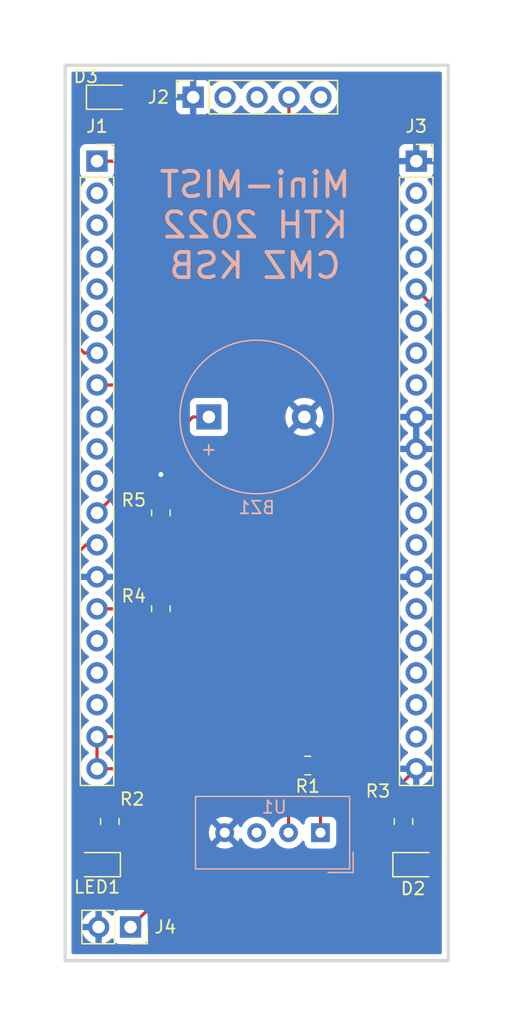
<source format=kicad_pcb>
(kicad_pcb (version 20211014) (generator pcbnew)
  (layers (0 "F.Cu" signal) (31 "B.Cu" signal) (34 "B.Paste" user) (35 "F.Paste" user) (36 "B.SilkS" user "B.Silkscreen") (37 "F.SilkS" user "F.Silkscreen") (38 "B.Mask" user) (39 "F.Mask" user) (44 "Edge.Cuts" user))
  (net 0 "")
  (net 1 "/Buzzer")
  (net 2 "GND")
  (net 3 "Net-(D2-Pad1)")
  (net 4 "Net-(D2-Pad2)")
  (net 5 "Net-(D3-Pad1)")
  (net 6 "/Solar")
  (net 7 "/3.3V")
  (net 13 "/Battery")
  (net 17 "Net-(J1-Pad13)")
  (net 18 "/DHT11_IN")
  (net 22 "VCC")
  (net 40 "Net-(LED1-Pad1)")
  (footprint "Resistor_SMD:R_0805_2012Metric_Pad1.20x1.40mm_HandSolder" (layer "F.Cu") (at 148.844 124.206 180)
    (fp_text reference "R1" (at 0 -1.65) (layer "F.SilkS"))
    (fp_text value "4700")
    (fp_line (start -0.227064 -0.735) (end 0.227064 -0.735) (layer "F.SilkS") (width 0.12))
    (fp_line (start -0.227064 0.735) (end 0.227064 0.735) (layer "F.SilkS") (width 0.12))
    (pad "1" smd roundrect (at -1 0 180) (size 1.2 1.4) (layers "F.Cu" "F.Paste" "F.Mask") (roundrect_rratio 0.2083333333) (net 7 "/3.3V"))
    (pad "2" smd roundrect (at 1 0 180) (size 1.2 1.4) (layers "F.Cu" "F.Paste" "F.Mask") (roundrect_rratio 0.2083333333) (net 18 "/DHT11_IN"))
  )
  (footprint "Diode_SMD:D_0805_2012Metric_Pad1.15x1.40mm_HandSolder" (layer "F.Cu") (at 133.096 71.12)
    (fp_text reference "D3" (at -1.905 -1.651) (layer "F.SilkS"))
    (fp_text value "1N4148")
    (fp_line (start 1 -0.96) (end -1.86 -0.96) (layer "F.SilkS") (width 0.12))
    (fp_line (start -1.86 0.96) (end 1 0.96) (layer "F.SilkS") (width 0.12))
    (fp_line (start -1.86 -0.96) (end -1.86 0.96) (layer "F.SilkS") (width 0.12))
    (pad "1" smd roundrect (at -1.025 0) (size 1.15 1.4) (layers "F.Cu" "F.Paste" "F.Mask") (roundrect_rratio 0.2173913043) (net 5 "Net-(D3-Pad1)"))
    (pad "2" smd roundrect (at 1.025 0) (size 1.15 1.4) (layers "F.Cu" "F.Paste" "F.Mask") (roundrect_rratio 0.2173913043) (net 6 "/Solar"))
  )
  (footprint "Resistor_SMD:R_0805_2012Metric_Pad1.20x1.40mm_HandSolder" (layer "F.Cu") (at 156.464 128.651 90)
    (fp_text reference "R3" (at 2.413 -2.032 180) (layer "F.SilkS"))
    (fp_text value "4700")
    (fp_line (start -0.227064 -0.735) (end 0.227064 -0.735) (layer "F.SilkS") (width 0.12))
    (fp_line (start -0.227064 0.735) (end 0.227064 0.735) (layer "F.SilkS") (width 0.12))
    (pad "1" smd roundrect (at -1 0 90) (size 1.2 1.4) (layers "F.Cu" "F.Paste" "F.Mask") (roundrect_rratio 0.2083333333) (net 3 "Net-(D2-Pad1)"))
    (pad "2" smd roundrect (at 1 0 90) (size 1.2 1.4) (layers "F.Cu" "F.Paste" "F.Mask") (roundrect_rratio 0.2083333333) (net 2 "GND"))
  )
  (footprint "Connector_PinSocket_2.54mm:PinSocket_1x02_P2.54mm_Vertical" (layer "F.Cu") (at 134.747 137.033 -90)
    (fp_text reference "J4" (at 0 -2.77 180) (layer "F.SilkS"))
    (fp_text value "Conn_01x02_Female")
    (fp_line (start -1.33 1.27) (end -1.33 3.87) (layer "F.SilkS") (width 0.12))
    (fp_line (start 1.33 -1.33) (end 1.33 0) (layer "F.SilkS") (width 0.12))
    (fp_line (start -1.33 1.27) (end 1.33 1.27) (layer "F.SilkS") (width 0.12))
    (fp_line (start 1.33 1.27) (end 1.33 3.87) (layer "F.SilkS") (width 0.12))
    (fp_line (start -1.33 3.87) (end 1.33 3.87) (layer "F.SilkS") (width 0.12))
    (fp_line (start 0 -1.33) (end 1.33 -1.33) (layer "F.SilkS") (width 0.12))
    (pad "1" thru_hole rect (at 0 0 270) (size 1.7 1.7) (drill 1) (layers *.Cu *.Mask) (net 22 "VCC"))
    (pad "2" thru_hole oval (at 0 2.54 270) (size 1.7 1.7) (drill 1) (layers *.Cu *.Mask) (net 2 "GND"))
  )
  (footprint "Resistor_SMD:R_0805_2012Metric_Pad1.20x1.40mm_HandSolder" (layer "F.Cu") (at 137.16 111.76 90)
    (fp_text reference "R4" (at 1.016 -2.159 180) (layer "F.SilkS"))
    (fp_text value "4700")
    (fp_line (start -0.227064 0.735) (end 0.227064 0.735) (layer "F.SilkS") (width 0.12))
    (fp_line (start -0.227064 -0.735) (end 0.227064 -0.735) (layer "F.SilkS") (width 0.12))
    (pad "1" smd roundrect (at -1 0 90) (size 1.2 1.4) (layers "F.Cu" "F.Paste" "F.Mask") (roundrect_rratio 0.2083333333) (net 22 "VCC"))
    (pad "2" smd roundrect (at 1 0 90) (size 1.2 1.4) (layers "F.Cu" "F.Paste" "F.Mask") (roundrect_rratio 0.2083333333) (net 13 "/Battery"))
  )
  (footprint "Connector_PinSocket_2.54mm:PinSocket_1x20_P2.54mm_Vertical" (layer "F.Cu") (at 157.48 76.2)
    (fp_text reference "J3" (at 0 -2.77) (layer "F.SilkS"))
    (fp_text value "Conn_01x20_Female")
    (fp_line (start 0 -1.33) (end 1.33 -1.33) (layer "F.SilkS") (width 0.12))
    (fp_line (start 1.33 -1.33) (end 1.33 0) (layer "F.SilkS") (width 0.12))
    (fp_line (start 1.33 1.27) (end 1.33 49.59) (layer "F.SilkS") (width 0.12))
    (fp_line (start -1.33 49.59) (end 1.33 49.59) (layer "F.SilkS") (width 0.12))
    (fp_line (start -1.33 1.27) (end -1.33 49.59) (layer "F.SilkS") (width 0.12))
    (fp_line (start -1.33 1.27) (end 1.33 1.27) (layer "F.SilkS") (width 0.12))
    (pad "1" thru_hole rect (at 0 0) (size 1.7 1.7) (drill 1) (layers *.Cu *.Mask) (net 2 "GND"))
    (pad "2" thru_hole oval (at 0 2.54) (size 1.7 1.7) (drill 1) (layers *.Cu *.Mask))
    (pad "3" thru_hole oval (at 0 5.08) (size 1.7 1.7) (drill 1) (layers *.Cu *.Mask))
    (pad "4" thru_hole oval (at 0 7.62) (size 1.7 1.7) (drill 1) (layers *.Cu *.Mask))
    (pad "5" thru_hole oval (at 0 10.16) (size 1.7 1.7) (drill 1) (layers *.Cu *.Mask) (net 4 "Net-(D2-Pad2)"))
    (pad "6" thru_hole oval (at 0 12.7) (size 1.7 1.7) (drill 1) (layers *.Cu *.Mask))
    (pad "7" thru_hole oval (at 0 15.24) (size 1.7 1.7) (drill 1) (layers *.Cu *.Mask))
    (pad "8" thru_hole oval (at 0 17.78) (size 1.7 1.7) (drill 1) (layers *.Cu *.Mask))
    (pad "9" thru_hole oval (at 0 20.32) (size 1.7 1.7) (drill 1) (layers *.Cu *.Mask) (net 2 "GND"))
    (pad "10" thru_hole oval (at 0 22.86) (size 1.7 1.7) (drill 1) (layers *.Cu *.Mask) (net 2 "GND"))
    (pad "11" thru_hole oval (at 0 25.4) (size 1.7 1.7) (drill 1) (layers *.Cu *.Mask))
    (pad "12" thru_hole oval (at 0 27.94) (size 1.7 1.7) (drill 1) (layers *.Cu *.Mask))
    (pad "13" thru_hole oval (at 0 30.48) (size 1.7 1.7) (drill 1) (layers *.Cu *.Mask))
    (pad "14" thru_hole oval (at 0 33.02) (size 1.7 1.7) (drill 1) (layers *.Cu *.Mask) (net 2 "GND"))
    (pad "15" thru_hole oval (at 0 35.56) (size 1.7 1.7) (drill 1) (layers *.Cu *.Mask))
    (pad "16" thru_hole oval (at 0 38.1) (size 1.7 1.7) (drill 1) (layers *.Cu *.Mask))
    (pad "17" thru_hole oval (at 0 40.64) (size 1.7 1.7) (drill 1) (layers *.Cu *.Mask))
    (pad "18" thru_hole oval (at 0 43.18) (size 1.7 1.7) (drill 1) (layers *.Cu *.Mask))
    (pad "19" thru_hole oval (at 0 45.72) (size 1.7 1.7) (drill 1) (layers *.Cu *.Mask))
    (pad "20" thru_hole oval (at 0 48.26) (size 1.7 1.7) (drill 1) (layers *.Cu *.Mask) (net 2 "GND"))
  )
  (footprint "Resistor_SMD:R_0805_2012Metric_Pad1.20x1.40mm_HandSolder" (layer "F.Cu") (at 133.096 128.651 -90)
    (fp_text reference "R2" (at -1.778 -1.778 180) (layer "F.SilkS"))
    (fp_text value "4700")
    (fp_line (start -0.227064 -0.735) (end 0.227064 -0.735) (layer "F.SilkS") (width 0.12))
    (fp_line (start -0.227064 0.735) (end 0.227064 0.735) (layer "F.SilkS") (width 0.12))
    (pad "1" smd roundrect (at -1 0 270) (size 1.2 1.4) (layers "F.Cu" "F.Paste" "F.Mask") (roundrect_rratio 0.2083333333) (net 2 "GND"))
    (pad "2" smd roundrect (at 1 0 270) (size 1.2 1.4) (layers "F.Cu" "F.Paste" "F.Mask") (roundrect_rratio 0.2083333333) (net 40 "Net-(LED1-Pad1)"))
  )
  (footprint "LED_SMD:LED_0805_2012Metric_Pad1.15x1.40mm_HandSolder" (layer "F.Cu") (at 157.48 132.08)
    (fp_text reference "D2" (at -0.254 1.905) (layer "F.SilkS"))
    (fp_text value "LED")
    (fp_line (start 1 -0.96) (end -1.86 -0.96) (layer "F.SilkS") (width 0.12))
    (fp_line (start -1.86 0.96) (end 1 0.96) (layer "F.SilkS") (width 0.12))
    (fp_line (start -1.86 -0.96) (end -1.86 0.96) (layer "F.SilkS") (width 0.12))
    (pad "1" smd roundrect (at -1.025 0) (size 1.15 1.4) (layers "F.Cu" "F.Paste" "F.Mask") (roundrect_rratio 0.2173913043) (net 3 "Net-(D2-Pad1)"))
    (pad "2" smd roundrect (at 1.025 0) (size 1.15 1.4) (layers "F.Cu" "F.Paste" "F.Mask") (roundrect_rratio 0.2173913043) (net 4 "Net-(D2-Pad2)"))
  )
  (footprint "LED_SMD:LED_0805_2012Metric_Pad1.15x1.40mm_HandSolder" (layer "F.Cu") (at 132.08 132.08 180)
    (fp_text reference "LED1" (at 0 -1.778) (layer "F.SilkS"))
    (fp_text value "D1")
    (fp_line (start -1.86 -0.96) (end -1.86 0.96) (layer "F.SilkS") (width 0.12))
    (fp_line (start -1.86 0.96) (end 1 0.96) (layer "F.SilkS") (width 0.12))
    (fp_line (start 1 -0.96) (end -1.86 -0.96) (layer "F.SilkS") (width 0.12))
    (pad "1" smd roundrect (at -1.025 0 180) (size 1.15 1.4) (layers "F.Cu" "F.Paste" "F.Mask") (roundrect_rratio 0.2173913043) (net 40 "Net-(LED1-Pad1)"))
    (pad "2" smd roundrect (at 1.025 0 180) (size 1.15 1.4) (layers "F.Cu" "F.Paste" "F.Mask") (roundrect_rratio 0.2173913043) (net 17 "Net-(J1-Pad13)"))
  )
  (footprint "Resistor_SMD:R_0805_2012Metric_Pad1.20x1.40mm_HandSolder" (layer "F.Cu") (at 137.16 104.14 90)
    (fp_text reference "R5" (at 1.016 -2.159 180) (layer "F.SilkS"))
    (fp_text value "4700")
    (fp_line (start -0.227064 -0.735) (end 0.227064 -0.735) (layer "F.SilkS") (width 0.12))
    (fp_line (start -0.227064 0.735) (end 0.227064 0.735) (layer "F.SilkS") (width 0.12))
    (pad "1" smd roundrect (at -1 0 90) (size 1.2 1.4) (layers "F.Cu" "F.Paste" "F.Mask") (roundrect_rratio 0.2083333333) (net 13 "/Battery"))
    (pad "2" smd roundrect (at 1 0 90) (size 1.2 1.4) (layers "F.Cu" "F.Paste" "F.Mask") (roundrect_rratio 0.2083333333) (net 2 "GND"))
  )
  (footprint "Connector_PinSocket_2.54mm:PinSocket_1x05_P2.54mm_Vertical" (layer "F.Cu") (at 139.73 71.12 90)
    (fp_text reference "J2" (at 0 -2.77 180) (layer "F.SilkS"))
    (fp_text value "Conn_01x05_Female")
    (fp_line (start -1.33 11.49) (end 1.33 11.49) (layer "F.SilkS") (width 0.12))
    (fp_line (start -1.33 1.27) (end -1.33 11.49) (layer "F.SilkS") (width 0.12))
    (fp_line (start 1.33 -1.33) (end 1.33 0) (layer "F.SilkS") (width 0.12))
    (fp_line (start 0 -1.33) (end 1.33 -1.33) (layer "F.SilkS") (width 0.12))
    (fp_line (start -1.33 1.27) (end 1.33 1.27) (layer "F.SilkS") (width 0.12))
    (fp_line (start 1.33 1.27) (end 1.33 11.49) (layer "F.SilkS") (width 0.12))
    (pad "1" thru_hole rect (at 0 0 90) (size 1.7 1.7) (drill 1) (layers *.Cu *.Mask) (net 2 "GND"))
    (pad "2" thru_hole oval (at 0 2.54 90) (size 1.7 1.7) (drill 1) (layers *.Cu *.Mask))
    (pad "3" thru_hole oval (at 0 5.08 90) (size 1.7 1.7) (drill 1) (layers *.Cu *.Mask))
    (pad "4" thru_hole oval (at 0 7.62 90) (size 1.7 1.7) (drill 1) (layers *.Cu *.Mask) (net 6 "/Solar"))
    (pad "5" thru_hole oval (at 0 10.16 90) (size 1.7 1.7) (drill 1) (layers *.Cu *.Mask))
  )
  (footprint "Connector_PinSocket_2.54mm:PinSocket_1x20_P2.54mm_Vertical" (layer "F.Cu") (at 132.08 76.2)
    (fp_text reference "J1" (at 0 -2.77) (layer "F.SilkS"))
    (fp_text value "Conn_01x20_Female")
    (fp_line (start -1.33 1.27) (end 1.33 1.27) (layer "F.SilkS") (width 0.12))
    (fp_line (start 0 -1.33) (end 1.33 -1.33) (layer "F.SilkS") (width 0.12))
    (fp_line (start 1.33 -1.33) (end 1.33 0) (layer "F.SilkS") (width 0.12))
    (fp_line (start 1.33 1.27) (end 1.33 49.59) (layer "F.SilkS") (width 0.12))
    (fp_line (start -1.33 49.59) (end 1.33 49.59) (layer "F.SilkS") (width 0.12))
    (fp_line (start -1.33 1.27) (end -1.33 49.59) (layer "F.SilkS") (width 0.12))
    (pad "1" thru_hole rect (at 0 0) (size 1.7 1.7) (drill 1) (layers *.Cu *.Mask) (net 7 "/3.3V"))
    (pad "2" thru_hole oval (at 0 2.54) (size 1.7 1.7) (drill 1) (layers *.Cu *.Mask))
    (pad "3" thru_hole oval (at 0 5.08) (size 1.7 1.7) (drill 1) (layers *.Cu *.Mask))
    (pad "4" thru_hole oval (at 0 7.62) (size 1.7 1.7) (drill 1) (layers *.Cu *.Mask))
    (pad "5" thru_hole oval (at 0 10.16) (size 1.7 1.7) (drill 1) (layers *.Cu *.Mask))
    (pad "6" thru_hole oval (at 0 12.7) (size 1.7 1.7) (drill 1) (layers *.Cu *.Mask))
    (pad "7" thru_hole oval (at 0 15.24) (size 1.7 1.7) (drill 1) (layers *.Cu *.Mask) (net 5 "Net-(D3-Pad1)"))
    (pad "8" thru_hole oval (at 0 17.78) (size 1.7 1.7) (drill 1) (layers *.Cu *.Mask) (net 13 "/Battery"))
    (pad "9" thru_hole oval (at 0 20.32) (size 1.7 1.7) (drill 1) (layers *.Cu *.Mask))
    (pad "10" thru_hole oval (at 0 22.86) (size 1.7 1.7) (drill 1) (layers *.Cu *.Mask))
    (pad "11" thru_hole oval (at 0 25.4) (size 1.7 1.7) (drill 1) (layers *.Cu *.Mask))
    (pad "12" thru_hole oval (at 0 27.94) (size 1.7 1.7) (drill 1) (layers *.Cu *.Mask) (net 1 "/Buzzer"))
    (pad "13" thru_hole oval (at 0 30.48) (size 1.7 1.7) (drill 1) (layers *.Cu *.Mask) (net 17 "Net-(J1-Pad13)"))
    (pad "14" thru_hole oval (at 0 33.02) (size 1.7 1.7) (drill 1) (layers *.Cu *.Mask) (net 2 "GND"))
    (pad "15" thru_hole oval (at 0 35.56) (size 1.7 1.7) (drill 1) (layers *.Cu *.Mask) (net 18 "/DHT11_IN"))
    (pad "16" thru_hole oval (at 0 38.1) (size 1.7 1.7) (drill 1) (layers *.Cu *.Mask))
    (pad "17" thru_hole oval (at 0 40.64) (size 1.7 1.7) (drill 1) (layers *.Cu *.Mask))
    (pad "18" thru_hole oval (at 0 43.18) (size 1.7 1.7) (drill 1) (layers *.Cu *.Mask))
    (pad "19" thru_hole oval (at 0 45.72) (size 1.7 1.7) (drill 1) (layers *.Cu *.Mask) (net 22 "VCC"))
    (pad "20" thru_hole oval (at 0 48.26) (size 1.7 1.7) (drill 1) (layers *.Cu *.Mask) (net 22 "VCC"))
  )
  (footprint "Buzzer_Beeper:Buzzer_12x9.5RM7.6" (layer "B.Cu") (at 140.98 96.52)
    (fp_text reference "BZ1" (at 3.8 7.2) (layer "B.SilkS") (effects (justify mirror)))
    (fp_text value "Buzzer")
    (fp_text user "+" (at -0.01 2.54) (layer "B.SilkS") (effects (justify mirror)))
    (fp_circle (center 3.8 0) (end 9.9 0) (layer "B.SilkS") (width 0.12) (fill none))
    (pad "1" thru_hole rect (at 0 0) (size 2 2) (drill 1) (layers *.Cu *.Mask) (net 1 "/Buzzer"))
    (pad "2" thru_hole circle (at 7.6 0) (size 2 2) (drill 1) (layers *.Cu *.Mask) (net 2 "GND"))
  )
  (footprint "Sensor:Aosong_DHT11_5.5x12.0_P2.54mm" (layer "B.Cu") (at 149.86 129.54 90)
    (fp_text reference "U1" (at 2.032 -3.683) (layer "B.SilkS") (effects (justify mirror)))
    (fp_text value "DHT11")
    (fp_line (start 2.88 2.32) (end 2.88 -9.94) (layer "B.SilkS") (width 0.12))
    (fp_line (start -2.88 -9.94) (end -2.88 2.31) (layer "B.SilkS") (width 0.12))
    (fp_line (start -2.87 2.32) (end 2.87 2.32) (layer "B.SilkS") (width 0.12))
    (fp_line (start -3.16 2.6) (end -1.55 2.6) (layer "B.SilkS") (width 0.12))
    (fp_line (start -3.16 2.6) (end -3.16 0.6) (layer "B.SilkS") (width 0.12))
    (fp_line (start 2.88 -9.94) (end -2.88 -9.94) (layer "B.SilkS") (width 0.12))
    (pad "1" thru_hole rect (at 0 0 90) (size 1.5 1.5) (drill 0.8) (layers *.Cu *.Mask) (net 7 "/3.3V"))
    (pad "2" thru_hole circle (at 0 -2.54 90) (size 1.5 1.5) (drill 0.8) (layers *.Cu *.Mask) (net 18 "/DHT11_IN"))
    (pad "3" thru_hole circle (at 0 -5.08 90) (size 1.5 1.5) (drill 0.8) (layers *.Cu *.Mask))
    (pad "4" thru_hole circle (at 0 -7.62 90) (size 1.5 1.5) (drill 0.8) (layers *.Cu *.Mask) (net 2 "GND"))
  )
  (gr_rect (start 129.54 68.58) (end 160.02 139.7) (layer "Edge.Cuts") (width 0.25) (fill none))
  (gr_text "Mini-MIST\nKTH 2022\nCMZ KSB" (at 144.653 81.28) (layer "B.SilkS") (effects (font (size 2 2) (thickness 0.3)) (justify mirror)))
  (segment (start 132.08 104.14) (end 139.7 96.52) (width 0.25) (layer "F.Cu") (net 1))
  (segment (start 139.7 96.52) (end 140.98 96.52) (width 0.25) (layer "F.Cu") (net 1))
  (segment (start 132.715 134.747) (end 132.207 135.255) (width 0.25) (layer "F.Cu") (net 2))
  (segment (start 134.366 127.635) (end 134.874 128.143) (width 0.25) (layer "F.Cu") (net 2))
  (segment (start 156.464 125.476) (end 157.48 124.46) (width 0.25) (layer "F.Cu") (net 2))
  (segment (start 134.874 133.604) (end 133.731 134.747) (width 0.25) (layer "F.Cu") (net 2))
  (segment (start 133.096 127.651) (end 133.112 127.635) (width 0.25) (layer "F.Cu") (net 2))
  (segment (start 133.731 134.747) (end 132.715 134.747) (width 0.25) (layer "F.Cu") (net 2))
  (segment (start 156.464 127.651) (end 156.464 125.476) (width 0.25) (layer "F.Cu") (net 2))
  (segment (start 137.16 103.14) (end 137.16 101.092) (width 0.25) (layer "F.Cu") (net 2))
  (segment (start 133.112 127.635) (end 134.366 127.635) (width 0.25) (layer "F.Cu") (net 2))
  (segment (start 134.874 128.143) (end 134.874 133.604) (width 0.25) (layer "F.Cu") (net 2))
  (segment (start 132.207 135.255) (end 132.207 137.033) (width 0.25) (layer "F.Cu") (net 2))
  (via (at 137.16 101.092) (size 0.8) (drill 0.4) (layers "F.Cu" "B.Cu") (net 2))
  (segment (start 156.455 132.08) (end 156.455 129.66) (width 0.25) (layer "F.Cu") (net 3))
  (segment (start 156.455 129.66) (end 156.464 129.651) (width 0.25) (layer "F.Cu") (net 3))
  (segment (start 159.385 131.191) (end 159.385 87.757) (width 0.25) (layer "F.Cu") (net 4))
  (segment (start 158.654511 131.921489) (end 159.385 131.191) (width 0.25) (layer "F.Cu") (net 4))
  (segment (start 159.004 87.376) (end 158.496 87.376) (width 0.25) (layer "F.Cu") (net 4))
  (segment (start 158.496 87.376) (end 157.48 86.36) (width 0.25) (layer "F.Cu") (net 4))
  (segment (start 159.385 87.757) (end 159.004 87.376) (width 0.25) (layer "F.Cu") (net 4))
  (segment (start 158.505 132.08) (end 158.654511 131.930489) (width 0.25) (layer "F.Cu") (net 4))
  (segment (start 158.654511 131.930489) (end 158.654511 131.921489) (width 0.25) (layer "F.Cu") (net 4))
  (segment (start 132.071 71.129) (end 130.175 73.025) (width 0.25) (layer "F.Cu") (net 5))
  (segment (start 131.064 91.44) (end 132.08 91.44) (width 0.25) (layer "F.Cu") (net 5))
  (segment (start 132.071 71.12) (end 132.071 71.129) (width 0.25) (layer "F.Cu") (net 5))
  (segment (start 130.175 73.025) (end 130.175 90.551) (width 0.25) (layer "F.Cu") (net 5))
  (segment (start 130.175 90.551) (end 131.064 91.44) (width 0.25) (layer "F.Cu") (net 5))
  (segment (start 145.923 74.041) (end 147.35 72.614) (width 0.25) (layer "F.Cu") (net 6))
  (segment (start 134.121 71.12) (end 137.042 74.041) (width 0.25) (layer "F.Cu") (net 6))
  (segment (start 147.35 72.614) (end 147.35 71.12) (width 0.25) (layer "F.Cu") (net 6))
  (segment (start 137.042 74.041) (end 145.923 74.041) (width 0.25) (layer "F.Cu") (net 6))
  (segment (start 149.844 113.316) (end 154.813 108.347) (width 0.25) (layer "F.Cu") (net 7))
  (segment (start 149.844 124.206) (end 149.844 113.316) (width 0.25) (layer "F.Cu") (net 7))
  (segment (start 149.86 124.222) (end 149.844 124.206) (width 0.25) (layer "F.Cu") (net 7))
  (segment (start 149.86 129.54) (end 149.86 124.222) (width 0.25) (layer "F.Cu") (net 7))
  (segment (start 145.415 76.2) (end 154.813 85.598) (width 0.25) (layer "F.Cu") (net 7))
  (segment (start 132.08 76.2) (end 145.415 76.2) (width 0.25) (layer "F.Cu") (net 7))
  (segment (start 154.813 85.598) (end 154.813 108.347) (width 0.25) (layer "F.Cu") (net 7))
  (segment (start 139.716 105.14) (end 137.16 105.14) (width 0.25) (layer "F.Cu") (net 13))
  (segment (start 142.24 93.98) (end 144.272 96.012) (width 0.25) (layer "F.Cu") (net 13))
  (segment (start 137.16 110.76) (end 137.16 105.14) (width 0.25) (layer "F.Cu") (net 13))
  (segment (start 132.08 93.98) (end 142.24 93.98) (width 0.25) (layer "F.Cu") (net 13))
  (segment (start 144.272 100.584) (end 139.716 105.14) (width 0.25) (layer "F.Cu") (net 13))
  (segment (start 144.272 96.012) (end 144.272 100.584) (width 0.25) (layer "F.Cu") (net 13))
  (segment (start 130.429 131.454) (end 130.429 107.442) (width 0.25) (layer "F.Cu") (net 17))
  (segment (start 130.429 107.442) (end 131.191 106.68) (width 0.25) (layer "F.Cu") (net 17))
  (segment (start 131.055 132.08) (end 130.429 131.454) (width 0.25) (layer "F.Cu") (net 17))
  (segment (start 131.191 106.68) (end 132.08 106.68) (width 0.25) (layer "F.Cu") (net 17))
  (segment (start 147.32 124.73) (end 147.844 124.206) (width 0.25) (layer "F.Cu") (net 18))
  (segment (start 147.32 129.54) (end 147.32 124.73) (width 0.25) (layer "F.Cu") (net 18))
  (segment (start 140.716 111.76) (end 147.844 118.888) (width 0.25) (layer "F.Cu") (net 18))
  (segment (start 147.844 118.888) (end 147.844 124.206) (width 0.25) (layer "F.Cu") (net 18))
  (segment (start 132.08 111.76) (end 140.716 111.76) (width 0.25) (layer "F.Cu") (net 18))
  (segment (start 136.144 135.636) (end 136.271 135.636) (width 0.25) (layer "F.Cu") (net 22))
  (segment (start 134.747 137.033) (end 136.144 135.636) (width 0.25) (layer "F.Cu") (net 22))
  (segment (start 132.08 121.92) (end 135.001 121.92) (width 0.25) (layer "F.Cu") (net 22))
  (segment (start 136.271 135.636) (end 136.271 126.492) (width 0.25) (layer "F.Cu") (net 22))
  (segment (start 136.271 126.492) (end 134.239 124.46) (width 0.25) (layer "F.Cu") (net 22))
  (segment (start 137.16 119.761) (end 137.16 112.76) (width 0.25) (layer "F.Cu") (net 22))
  (segment (start 135.001 121.92) (end 137.16 119.761) (width 0.25) (layer "F.Cu") (net 22))
  (segment (start 134.239 124.46) (end 132.08 124.46) (width 0.25) (layer "F.Cu") (net 22))
  (segment (start 132.08 124.46) (end 132.08 121.92) (width 0.25) (layer "F.Cu") (net 22))
  (segment (start 133.105 129.66) (end 133.096 129.651) (width 0.25) (layer "F.Cu") (net 40))
  (segment (start 133.105 132.08) (end 133.105 129.66) (width 0.25) (layer "F.Cu") (net 40))
  (zone (net 2) (net_name "GND") (layer "B.Cu") (connect_pads (clearance 0.508)) (min_thickness 0.254) (fill yes (thermal_gap 0.508) (thermal_bridge_width 0.508))
    (polygon (pts (xy 162.56 142.24) (xy 127 142.24) (xy 127 66.04) (xy 162.56 66.04)))
  )
)
</source>
